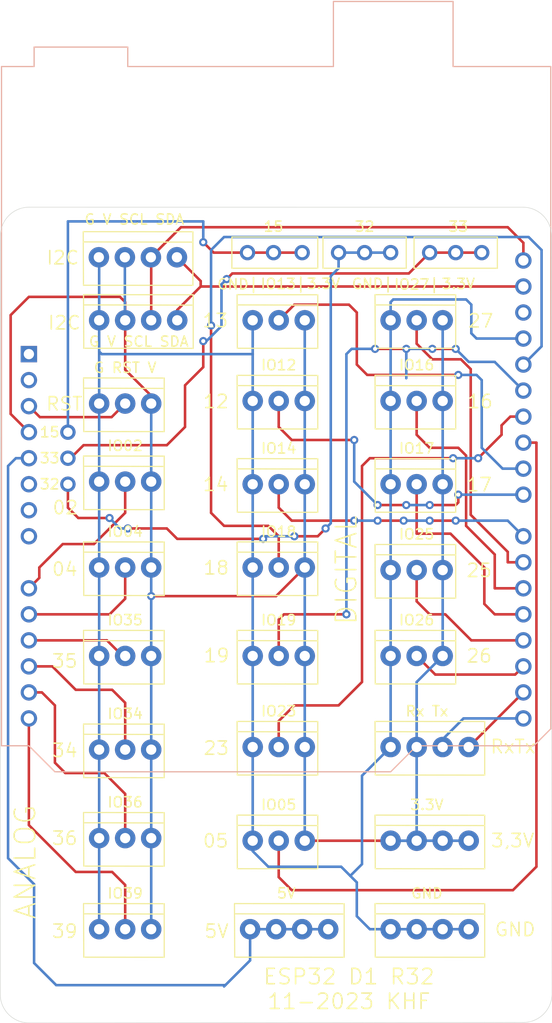
<source format=kicad_pcb>
(kicad_pcb (version 20221018) (generator pcbnew)
  (layers (0 "F.Cu" signal) (31 "B.Cu" signal) (34 "B.Paste" user) (35 "F.Paste" user) (36 "B.SilkS" user "B.Silkscreen") (37 "F.SilkS" user "F.Silkscreen") (38 "B.Mask" user) (39 "F.Mask" user) (44 "Edge.Cuts" user))
  (net 0 "")
  (net 1 "Net-(A1-Pad32)")
  (net 2 "Net-(A1-Pad31)")
  (net 3 "Net-(A1-Pad1)")
  (net 4 "Net-(A1-Pad17)")
  (net 5 "Net-(A1-Pad2)")
  (net 6 "Net-(A1-Pad18)")
  (net 7 "Net-(A1-Pad3)")
  (net 8 "Net-(A1-Pad19)")
  (net 9 "Net-(A1-Pad4)")
  (net 10 "Net-(A1-Pad20)")
  (net 11 "Net-(A1-Pad5)")
  (net 12 "Net-(A1-Pad21)")
  (net 13 "Net-(A1-Pad6)")
  (net 14 "Net-(A1-Pad22)")
  (net 15 "Net-(A1-Pad7)")
  (net 16 "Net-(A1-Pad23)")
  (net 17 "Net-(A1-Pad8)")
  (net 18 "Net-(A1-Pad24)")
  (net 19 "Net-(A1-Pad9)")
  (net 20 "Net-(A1-Pad25)")
  (net 21 "Net-(A1-Pad10)")
  (net 22 "Net-(A1-Pad26)")
  (net 23 "Net-(A1-Pad11)")
  (net 24 "Net-(A1-Pad27)")
  (net 25 "Net-(A1-Pad12)")
  (net 26 "Net-(A1-Pad28)")
  (net 27 "Net-(A1-Pad13)")
  (net 28 "Net-(A1-Pad29)")
  (net 29 "Net-(A1-Pad14)")
  (net 30 "Net-(A1-Pad30)")
  (net 31 "Net-(A1-Pad15)")
  (net 32 "Net-(A1-Pad16)")
  (footprint "!Goody:PL-Stecker3pol" (layer "F.Cu") (at 118.11 69.342)
    (fp_text reference "IO02")
    (fp_text value "PL-Stecker_3pol" hide)
  )
  (footprint "!Goody:PL-Stecker3pol" (layer "F.Cu") (at 146.558 86.36)
    (fp_text reference "IO26")
    (fp_text value "PL-Stecker_3pol" hide)
  )
  (footprint "!Goody:PL-Stecker3pol" (layer "F.Cu") (at 146.558 77.978)
    (fp_text reference "IO25")
    (fp_text value "PL-Stecker_3pol" hide)
  )
  (footprint "!Goody:PL-Stecker3pol" (layer "F.Cu") (at 146.558 69.596)
    (fp_text reference "IO17")
    (fp_text value "PL-Stecker_3pol" hide)
  )
  (footprint "!Goody:PL-Stecker3pol" (layer "F.Cu") (at 146.558 61.468)
    (fp_text reference "IO16")
    (fp_text value "PL-Stecker_3pol" hide)
  )
  (footprint "!Goody:PL-Stecker3pol" (layer "F.Cu") (at 146.558 53.594)
    (fp_text reference "IO27|")
    (fp_text value "PL-Stecker_3pol" hide)
  )
  (footprint "!Goody:PL-Stecker3pol" (layer "F.Cu") (at 133.096 69.596)
    (fp_text reference "IO14")
    (fp_text value "PL-Stecker_3pol" hide)
  )
  (footprint "!Goody:PL-Stecker3pol" (layer "F.Cu") (at 133.096 61.468)
    (fp_text reference "IO12")
    (fp_text value "PL-Stecker_3pol" hide)
  )
  (footprint "!Goody:PL-Stecker3pol" (layer "F.Cu") (at 133.096 53.594)
    (fp_text reference "IO13|")
    (fp_text value "PL-Stecker_3pol" hide)
  )
  (footprint "!Goody:PL-Stecker3pol" (layer "F.Cu") (at 133.096 104.394)
    (fp_text reference "IO05")
    (fp_text value "PL-Stecker_3pol" hide)
  )
  (footprint "!Goody:PL-Stecker3pol" (layer "F.Cu") (at 133.096 95.25)
    (fp_text reference "IO23")
    (fp_text value "PL-Stecker_3pol" hide)
  )
  (footprint "!Goody:PL-Stecker3pol" (layer "F.Cu") (at 133.096 86.36)
    (fp_text reference "IO19")
    (fp_text value "PL-Stecker_3pol" hide)
  )
  (footprint "!Goody:PL-Stecker3pol" (layer "F.Cu") (at 133.096 77.724)
    (fp_text reference "IO18")
    (fp_text value "PL-Stecker_3pol" hide)
  )
  (footprint "!Goody:PL-Stecker" (layer "F.Cu") (at 146.558 113.03)
    (fp_text reference "GND")
    (fp_text value "PL-Stecker_4pol_Data" hide)
  )
  (footprint "!Goody:PL-Stecker" (layer "F.Cu") (at 132.842 113.03)
    (fp_text reference "5V")
    (fp_text value "PL-Stecker_4pol_Data" hide)
  )
  (footprint "!Goody:PL-Stecker" (layer "F.Cu") (at 146.558 104.394)
    (fp_text reference "3.3V")
    (fp_text value "PL-Stecker_4pol_Data" hide)
  )
  (footprint "!Goody:PL-Stecker3pol" (layer "F.Cu") (at 118.11 61.722)
    (fp_text reference "G RST V")
    (fp_text value "PL-Stecker_3pol" hide)
  )
  (footprint "!Goody:PL-Stecker3pol" (layer "F.Cu") (at 118.11 77.724)
    (fp_text reference "IO04")
    (fp_text value "PL-Stecker_3pol" hide)
  )
  (footprint "!Goody:PL-Stecker3pol" (layer "F.Cu") (at 118.11 86.36)
    (fp_text reference "IO35")
    (fp_text value "PL-Stecker_3pol" hide)
  )
  (footprint "!Goody:PL-Stecker3pol" (layer "F.Cu") (at 118.11 95.504)
    (fp_text reference "IO34")
    (fp_text value "PL-Stecker_3pol" hide)
  )
  (footprint "!Goody:PL-Stecker3pol" (layer "F.Cu") (at 118.11 104.14)
    (fp_text reference "IO36")
    (fp_text value "PL-Stecker_3pol" hide)
  )
  (footprint "!Goody:PL-Stecker" (layer "F.Cu") (at 118.11 53.594)
    (fp_text reference "G V SCL SDA")
    (fp_text value "PL-Stecker_4pol_I2C" hide)
  )
  (footprint "!Goody:PL-Stecker" (layer "F.Cu") (at 146.558 95.25)
    (fp_text reference "Rx Tx")
    (fp_text value "PL-Stecker_4pol_I2C" hide)
  )
  (footprint "!Goody:PL-Stecker3pol" (layer "F.Cu") (at 118.11 113.03)
    (fp_text reference "IO39")
    (fp_text value "PL-Stecker_3pol" hide)
  )
  (footprint "!Goody:PL-Stecker" (layer "F.Cu") (at 118.08 47.444)
    (fp_text reference "G V SCL SDA")
    (fp_text value "PL-Stecker_4pol_I2C" hide)
  )
  (footprint "!Goody:LP_rund" (layer "F.Cu") (at 115.062 64.516)
    (fp_text reference "LP_rund")
    (fp_text value "LP_rund")
  )
  (footprint "!Goody:LP_rund" (layer "F.Cu") (at 115.062 67.056)
    (fp_text reference "LP_rund")
    (fp_text value "LP_rund")
  )
  (footprint "!Goody:LP_rund" (layer "F.Cu") (at 115.062 69.596)
    (fp_text reference "LP_rund")
    (fp_text value "LP_rund")
  )
  (footprint "!Goody:LP_rund" (layer "F.Cu") (at 155.448 46.99)
    (fp_text reference "LP_rund")
    (fp_text value "LP_rund")
  )
  (footprint "!Goody:LP_rund" (layer "F.Cu") (at 141.478 46.99)
    (fp_text reference "LP_rund")
    (fp_text value "LP_rund")
  )
  (footprint "!Goody:LP_rund" (layer "F.Cu") (at 135.128 46.99)
    (fp_text reference "LP_rund")
    (fp_text value "LP_rund")
  )
  (footprint "!Goody:LP_rund" (layer "F.Cu") (at 137.922 46.99)
    (fp_text reference "LP_rund")
    (fp_text value "LP_rund")
  )
  (footprint "!Goody:LP_rund" (layer "F.Cu") (at 146.558 46.99)
    (fp_text reference "LP_rund")
    (fp_text value "LP_rund")
  )
  (footprint "!Goody:LP_rund" (layer "F.Cu") (at 150.368 46.99)
    (fp_text reference "LP_rund")
    (fp_text value "LP_rund")
  )
  (footprint "!Goody:LP_rund" (layer "F.Cu") (at 132.588 46.99)
    (fp_text reference "LP_rund")
    (fp_text value "LP_rund")
  )
  (footprint "!Goody:LP_rund" (layer "F.Cu") (at 152.908 46.99)
    (fp_text reference "LP_rund")
    (fp_text value "LP_rund")
  )
  (footprint "!Goody:LP_rund" (layer "F.Cu") (at 144.018 46.99)
    (fp_text reference "LP_rund")
    (fp_text value "LP_rund")
  )
  (footprint "Module:Arduino_UNO_R3" (layer "B.Cu") (at 111.252 56.896 -90)
    (fp_text reference "A1" hide)
    (fp_text value "Arduino_UNO_R3")
  )
  (gr_line (start 131.064 45.466) (end 131.064 48.514) (stroke (width 0.12)) (layer "F.SilkS"))
  (gr_line (start 139.954 45.466) (end 139.954 48.514) (stroke (width 0.12)) (layer "F.SilkS"))
  (gr_line (start 156.972 45.466) (end 148.844 45.466) (stroke (width 0.12)) (layer "F.SilkS"))
  (gr_line (start 148.082 48.514) (end 148.082 45.466) (stroke (width 0.12)) (layer "F.SilkS"))
  (gr_line (start 156.972 48.514) (end 156.972 45.466) (stroke (width 0.12)) (layer "F.SilkS"))
  (gr_line (start 148.844 48.514) (end 156.972 48.514) (stroke (width 0.12)) (layer "F.SilkS"))
  (gr_line (start 131.064 48.514) (end 139.446 48.514) (stroke (width 0.12)) (layer "F.SilkS"))
  (gr_line (start 139.954 48.514) (end 148.082 48.514) (stroke (width 0.12)) (layer "F.SilkS"))
  (gr_line (start 139.446 45.466) (end 131.064 45.466) (stroke (width 0.12)) (layer "F.SilkS"))
  (gr_line (start 139.446 48.514) (end 139.446 45.466) (stroke (width 0.12)) (layer "F.SilkS"))
  (gr_line (start 148.082 45.466) (end 139.954 45.466) (stroke (width 0.12)) (layer "F.SilkS"))
  (gr_line (start 148.844 45.466) (end 148.844 48.514) (stroke (width 0.12)) (layer "F.SilkS"))
  (gr_arc (start 108.478365 45.304593) (mid 109.311558 43.357985) (end 111.27 42.553) (stroke (width 0.05)) (layer "Edge.Cuts"))
  (gr_line (start 162.254593 45.346635) (end 162.306 119.38) (stroke (width 0.05)) (layer "Edge.Cuts"))
  (gr_line (start 111.27 42.553) (end 159.503 42.555) (stroke (width 0.05)) (layer "Edge.Cuts"))
  (gr_line (start 159.514365 122.131593) (end 111.209593 122.171635) (stroke (width 0.05)) (layer "Edge.Cuts"))
  (gr_line (start 108.458 119.38) (end 108.478365 45.304593) (stroke (width 0.05)) (layer "Edge.Cuts"))
  (gr_arc (start 159.503 42.555) (mid 161.449608 43.388193) (end 162.254593 45.346635) (stroke (width 0.05)) (layer "Edge.Cuts"))
  (gr_arc (start 162.306 119.38) (mid 161.472807 121.326608) (end 159.514365 122.131593) (stroke (width 0.05)) (layer "Edge.Cuts"))
  (gr_arc (start 111.209593 122.171635) (mid 109.262985 121.338442) (end 108.458 119.38) (stroke (width 0.05)) (layer "Edge.Cuts"))
  (gr_text "I2C" (at 114.56 47.49) (layer "F.SilkS") (effects (font (size 1.3 1.3))))
  (gr_text "15" (at 113.284 64.516) (layer "F.SilkS") (effects (font (size 1 1))))
  (gr_text "32" (at 113.284 69.596) (layer "F.SilkS") (effects (font (size 1 1))))
  (gr_text "02" (at 114.808 71.882) (layer "F.SilkS") (effects (font (size 1.3 1.3))))
  (gr_text "26" (at 155.2 86.35) (layer "F.SilkS") (effects (font (size 1.3 1.3))))
  (gr_text "23" (at 129.54 95.36) (layer "F.SilkS") (effects (font (size 1.3 1.3))))
  (gr_text "ESP32 D1 R32\n11-2023 KHF" (at 142.494 118.872) (layer "F.SilkS") (effects (font (size 1.5 1.5))))
  (gr_text "RxTx" (at 158.5 95.21) (layer "F.SilkS") (effects (font (size 1.3 1.3))))
  (gr_text "RST" (at 114.71 61.75) (layer "F.SilkS") (effects (font (size 1.3 1.3))))
  (gr_text "39" (at 114.75 113.23) (layer "F.SilkS") (effects (font (size 1.3 1.3))))
  (gr_text "27" (at 155.35 53.65) (layer "F.SilkS") (effects (font (size 1.3 1.3))))
  (gr_text "ANALOG" (at 110.9 106.46 90) (layer "F.SilkS") (effects (font (size 2 2))))
  (gr_text "DIGITAL" (at 142.24 77.978 90) (layer "F.SilkS") (effects (font (size 2 2))))
  (gr_text "33" (at 153.162 44.45) (layer "F.SilkS") (effects (font (size 1 1))))
  (gr_text "05" (at 129.48 104.41) (layer "F.SilkS") (effects (font (size 1.3 1.3))))
  (gr_text "36" (at 114.75 104.15) (layer "F.SilkS") (effects (font (size 1.3 1.3))))
  (gr_text "GND" (at 158.71 113.06) (layer "F.SilkS") (effects (font (size 1.3 1.3))))
  (gr_text "18" (at 129.54 77.76) (layer "F.SilkS") (effects (font (size 1.3 1.3))))
  (gr_text "35" (at 114.75 86.86) (layer "F.SilkS") (effects (font (size 1.3 1.3))))
  (gr_text "3.3V" (at 153.162 50.038) (layer "F.SilkS") (effects (font (size 1 1))))
  (gr_text "14" (at 129.48 69.61) (layer "F.SilkS") (effects (font (size 1.3 1.3))))
  (gr_text "34" (at 114.75 95.58) (layer "F.SilkS") (effects (font (size 1.3 1.3))))
  (gr_text "3.3V" (at 140 50.025) (layer "F.SilkS") (effects (font (size 1 1))))
  (gr_text "5V" (at 129.57 113.23) (layer "F.SilkS") (effects (font (size 1.3 1.3))))
  (gr_text "25" (at 155.2 78.01) (layer "F.SilkS") (effects (font (size 1.3 1.3))))
  (gr_text "32" (at 144.018 44.45) (layer "F.SilkS") (effects (font (size 1 1))))
  (gr_text "19" (at 129.57 86.32) (layer "F.SilkS") (effects (font (size 1.3 1.3))))
  (gr_text "3,3V" (at 158.47 104.38) (layer "F.SilkS") (effects (font (size 1.3 1.3))))
  (gr_text "17" (at 155.2 69.64) (layer "F.SilkS") (effects (font (size 1.3 1.3))))
  (gr_text "GND|" (at 144.78 50.038) (layer "F.SilkS") (effects (font (size 1 1))))
  (gr_text "I2C" (at 114.71 53.84) (layer "F.SilkS") (effects (font (size 1.3 1.3))))
  (gr_text "15" (at 135.128 44.45) (layer "F.SilkS") (effects (font (size 1 1))))
  (gr_text "33" (at 113.284 67.056) (layer "F.SilkS") (effects (font (size 1 1))))
  (gr_text "12" (at 129.51 61.52) (layer "F.SilkS") (effects (font (size 1.3 1.3))))
  (gr_text "04" (at 114.75 77.89) (layer "F.SilkS") (effects (font (size 1.3 1.3))))
  (gr_text "16" (at 155.29 61.52) (layer "F.SilkS") (effects (font (size 1.3 1.3))))
  (gr_text "13" (at 129.45 53.62) (layer "F.SilkS") (effects (font (size 1.3 1.3))))
  (gr_text "GND|" (at 131.65 50.075) (layer "F.SilkS") (effects (font (size 1 1))))
  (segment (start 123.19 47.474) (end 123.16 47.444) (width 0.25) (layer "F.Cu") (net 1))
  (segment (start 126.094 44.51) (end 123.16 47.444) (width 0.25) (layer "F.Cu") (net 1))
  (segment (start 159.512 46.032) (end 157.99 44.51) (width 0.25) (layer "F.Cu") (net 1))
  (segment (start 123.19 53.594) (end 123.19 47.474) (width 0.25) (layer "F.Cu") (net 1))
  (segment (start 157.99 44.51) (end 126.094 44.51) (width 0.25) (layer "F.Cu") (net 1))
  (segment (start 159.512 47.756) (end 159.512 46.032) (width 0.25) (layer "F.Cu") (net 1))
  (segment (start 159.512 50.296) (end 128.02 50.296) (width 0.25) (layer "F.Cu") (net 2))
  (segment (start 125.73 52.586) (end 125.73 53.594) (width 0.25) (layer "F.Cu") (net 2))
  (segment (start 128.02 49.764) (end 125.7 47.444) (width 0.25) (layer "F.Cu") (net 2))
  (segment (start 128.02 50.296) (end 125.73 52.586) (width 0.25) (layer "F.Cu") (net 2))
  (segment (start 128.02 50.296) (end 128.02 49.764) (width 0.25) (layer "F.Cu") (net 2))
  (segment (start 132.588 46.99) (end 129.286 46.99) (width 0.25) (layer "F.Cu") (net 3))
  (segment (start 129.286 46.99) (end 128.27 45.974) (width 0.25) (layer "F.Cu") (net 3))
  (segment (start 137.922 46.99) (end 135.128 46.99) (width 0.25) (layer "F.Cu") (net 3))
  (segment (start 135.128 46.99) (end 132.588 46.99) (width 0.25) (layer "F.Cu") (net 3))
  (via (at 128.27 45.974) (size 0.8) (drill 0.4) (layers "F.Cu" "B.Cu") (net 3))
  (segment (start 128.27 43.942) (end 115.062 43.942) (width 0.25) (layer "B.Cu") (net 3))
  (segment (start 115.062 43.942) (end 115.062 64.516) (width 0.25) (layer "B.Cu") (net 3))
  (segment (start 128.27 45.974) (end 128.27 43.942) (width 0.25) (layer "B.Cu") (net 3))
  (segment (start 159.512 87.376) (end 158.712001 88.175999) (width 0.25) (layer "F.Cu") (net 4))
  (segment (start 150.913999 88.175999) (end 149.098 86.36) (width 0.25) (layer "F.Cu") (net 4))
  (segment (start 158.712001 88.175999) (end 150.913999 88.175999) (width 0.25) (layer "F.Cu") (net 4))
  (segment (start 159.512 84.836) (end 154.432 84.836) (width 0.25) (layer "F.Cu") (net 6))
  (segment (start 154.432 84.836) (end 151.892 82.296) (width 0.25) (layer "F.Cu") (net 6))
  (segment (start 149.098 81.026) (end 150.368 82.296) (width 0.25) (layer "F.Cu") (net 6))
  (segment (start 149.098 77.978) (end 149.098 81.026) (width 0.25) (layer "F.Cu") (net 6))
  (segment (start 150.368 82.296) (end 151.892 82.296) (width 0.25) (layer "F.Cu") (net 6))
  (segment (start 112.323001 63.047001) (end 119.324999 63.047001) (width 0.25) (layer "F.Cu") (net 7))
  (segment (start 119.324999 63.047001) (end 120.65 61.722) (width 0.25) (layer "F.Cu") (net 7))
  (segment (start 111.252 61.976) (end 112.323001 63.047001) (width 0.25) (layer "F.Cu") (net 7))
  (segment (start 156.718 82.296) (end 159.512 82.296) (width 0.25) (layer "F.Cu") (net 8))
  (segment (start 149.098 69.596) (end 149.098 74.422) (width 0.25) (layer "F.Cu") (net 8))
  (segment (start 149.098 74.422) (end 152.4 74.422) (width 0.25) (layer "F.Cu") (net 8))
  (segment (start 152.4 74.422) (end 155.702 77.724) (width 0.25) (layer "F.Cu") (net 8))
  (segment (start 155.702 77.724) (end 155.702 81.28) (width 0.25) (layer "F.Cu") (net 8))
  (segment (start 155.702 81.28) (end 156.718 82.296) (width 0.25) (layer "F.Cu") (net 8))
  (segment (start 111.252 51.308) (end 109.474 53.086) (width 0.25) (layer "F.Cu") (net 9))
  (segment (start 109.474 62.738) (end 111.252 64.516) (width 0.25) (layer "F.Cu") (net 9))
  (segment (start 120.65 53.594) (end 120.65 58.42) (width 0.25) (layer "F.Cu") (net 9))
  (segment (start 109.474 53.086) (end 109.474 62.738) (width 0.25) (layer "F.Cu") (net 9))
  (segment (start 120.65 53.594) (end 120.65 51.816) (width 0.25) (layer "F.Cu") (net 9))
  (segment (start 135.382 80.518) (end 123.19 80.518) (width 0.25) (layer "F.Cu") (net 9))
  (segment (start 123.19 60.96) (end 123.19 61.722) (width 0.25) (layer "F.Cu") (net 9))
  (segment (start 146.558 104.394) (end 138.176 104.394) (width 0.25) (layer "F.Cu") (net 9))
  (segment (start 120.65 51.816) (end 120.142 51.308) (width 0.25) (layer "F.Cu") (net 9))
  (segment (start 120.142 51.308) (end 111.252 51.308) (width 0.25) (layer "F.Cu") (net 9))
  (segment (start 120.65 58.42) (end 123.19 60.96) (width 0.25) (layer "F.Cu") (net 9))
  (segment (start 138.176 77.724) (end 135.382 80.518) (width 0.25) (layer "F.Cu") (net 9))
  (via (at 123.19 80.518) (size 0.8) (drill 0.4) (layers "F.Cu" "B.Cu") (net 9))
  (segment (start 151.638 77.978) (end 151.638 69.596) (width 0.25) (layer "B.Cu") (net 9))
  (segment (start 138.176 86.36) (end 138.176 95.25) (width 0.25) (layer "B.Cu") (net 9))
  (segment (start 146.558 104.394) (end 151.638 104.394) (width 0.25) (layer "B.Cu") (net 9))
  (segment (start 123.19 95.504) (end 123.19 86.36) (width 0.25) (layer "B.Cu") (net 9))
  (segment (start 149.098 104.394) (end 149.098 95.25) (width 0.25) (layer "B.Cu") (net 9))
  (segment (start 123.19 104.14) (end 123.19 95.504) (width 0.25) (layer "B.Cu") (net 9))
  (segment (start 151.638 86.36) (end 151.638 77.978) (width 0.25) (layer "B.Cu") (net 9))
  (segment (start 123.19 86.36) (end 123.19 80.518) (width 0.25) (layer "B.Cu") (net 9))
  (segment (start 154.178 104.394) (end 151.638 104.394) (width 0.25) (layer "B.Cu") (net 9))
  (segment (start 138.176 77.724) (end 138.176 86.36) (width 0.25) (layer "B.Cu") (net 9))
  (segment (start 123.19 80.518) (end 123.19 77.724) (width 0.25) (layer "B.Cu") (net 9))
  (segment (start 123.19 113.03) (end 123.19 104.14) (width 0.25) (layer "B.Cu") (net 9))
  (segment (start 138.176 95.25) (end 138.176 104.394) (width 0.25) (layer "B.Cu") (net 9))
  (segment (start 138.176 61.468) (end 138.176 69.596) (width 0.25) (layer "B.Cu") (net 9))
  (segment (start 151.638 69.596) (end 151.638 61.468) (width 0.25) (layer "B.Cu") (net 9))
  (segment (start 149.098 95.25) (end 149.098 88.9) (width 0.25) (layer "B.Cu") (net 9))
  (segment (start 149.098 88.9) (end 151.638 86.36) (width 0.25) (layer "B.Cu") (net 9))
  (segment (start 120.62 47.444) (end 120.62 53.564) (width 0.25) (layer "B.Cu") (net 9))
  (segment (start 151.638 61.468) (end 151.638 53.594) (width 0.25) (layer "B.Cu") (net 9))
  (segment (start 123.19 69.342) (end 123.19 61.722) (width 0.25) (layer "B.Cu") (net 9))
  (segment (start 138.176 69.596) (end 138.176 77.724) (width 0.25) (layer "B.Cu") (net 9))
  (segment (start 120.62 53.564) (end 120.65 53.594) (width 0.25) (layer "B.Cu") (net 9))
  (segment (start 123.19 77.724) (end 123.19 69.342) (width 0.25) (layer "B.Cu") (net 9))
  (segment (start 138.176 53.594) (end 138.176 61.468) (width 0.25) (layer "B.Cu") (net 9))
  (segment (start 149.098 104.394) (end 146.558 104.394) (width 0.25) (layer "B.Cu") (net 9))
  (segment (start 149.098 64.77) (end 149.098 61.468) (width 0.25) (layer "F.Cu") (net 10))
  (segment (start 153.924 73.66) (end 153.924 66.802) (width 0.25) (layer "F.Cu") (net 10))
  (segment (start 153.924 66.802) (end 153.162 66.04) (width 0.25) (layer "F.Cu") (net 10))
  (segment (start 150.368 66.04) (end 149.098 64.77) (width 0.25) (layer "F.Cu") (net 10))
  (segment (start 153.162 66.04) (end 150.368 66.04) (width 0.25) (layer "F.Cu") (net 10))
  (segment (start 156.718 79.756) (end 156.718 76.454) (width 0.25) (layer "F.Cu") (net 10))
  (segment (start 159.512 79.756) (end 156.718 79.756) (width 0.25) (layer "F.Cu") (net 10))
  (segment (start 156.718 76.454) (end 153.924 73.66) (width 0.25) (layer "F.Cu") (net 10))
  (segment (start 109.22 106.101002) (end 111.76 108.641002) (width 0.25) (layer "B.Cu") (net 11))
  (segment (start 111.252 67.056) (end 109.982 67.056) (width 0.25) (layer "B.Cu") (net 11))
  (segment (start 109.22 67.818) (end 109.22 106.101002) (width 0.25) (layer "B.Cu") (net 11))
  (segment (start 137.922 113.03) (end 140.462 113.03) (width 0.25) (layer "B.Cu") (net 11))
  (segment (start 111.76 108.641002) (end 111.76 116.332) (width 0.25) (layer "B.Cu") (net 11))
  (segment (start 130.429 118.491) (end 132.842 116.078) (width 0.25) (layer "B.Cu") (net 11))
  (segment (start 130.302 118.618) (end 130.429 118.491) (width 0.25) (layer "B.Cu") (net 11))
  (segment (start 113.919 118.491) (end 130.429 118.491) (width 0.25) (layer "B.Cu") (net 11))
  (segment (start 109.982 67.056) (end 109.22 67.818) (width 0.25) (layer "B.Cu") (net 11))
  (segment (start 132.842 113.03) (end 135.382 113.03) (width 0.25) (layer "B.Cu") (net 11))
  (segment (start 132.842 116.078) (end 132.842 113.03) (width 0.25) (layer "B.Cu") (net 11))
  (segment (start 111.76 116.332) (end 113.919 118.491) (width 0.25) (layer "B.Cu") (net 11))
  (segment (start 135.382 113.03) (end 137.922 113.03) (width 0.25) (layer "B.Cu") (net 11))
  (segment (start 154.37401 58.36201) (end 153.416 57.404) (width 0.25) (layer "F.Cu") (net 12))
  (segment (start 150.622 57.404) (end 149.098 55.88) (width 0.25) (layer "F.Cu") (net 12))
  (segment (start 159.512 77.216) (end 157.988 77.216) (width 0.25) (layer "F.Cu") (net 12))
  (segment (start 157.988 77.216) (end 157.988 76.2) (width 0.25) (layer "F.Cu") (net 12))
  (segment (start 153.416 57.404) (end 150.622 57.404) (width 0.25) (layer "F.Cu") (net 12))
  (segment (start 154.37401 72.58601) (end 154.37401 58.36201) (width 0.25) (layer "F.Cu") (net 12))
  (segment (start 149.098 55.88) (end 149.098 53.594) (width 0.25) (layer "F.Cu") (net 12))
  (segment (start 157.988 76.2) (end 154.37401 72.58601) (width 0.25) (layer "F.Cu") (net 12))
  (segment (start 152.908 73.152) (end 150.368 73.152) (width 0.25) (layer "F.Cu") (net 14))
  (segment (start 147.828 73.152) (end 145.288 73.152) (width 0.25) (layer "F.Cu") (net 14))
  (segment (start 135.636 71.882) (end 135.636 69.596) (width 0.25) (layer "F.Cu") (net 14))
  (segment (start 136.906 73.152) (end 135.636 71.882) (width 0.25) (layer "F.Cu") (net 14))
  (segment (start 143.002 73.152) (end 136.906 73.152) (width 0.25) (layer "F.Cu") (net 14))
  (via (at 145.288 73.152) (size 0.8) (drill 0.4) (layers "F.Cu" "B.Cu") (net 14))
  (via (at 143.002 73.152) (size 0.8) (drill 0.4) (layers "F.Cu" "B.Cu") (net 14))
  (via (at 150.368 73.152) (size 0.8) (drill 0.4) (layers "F.Cu" "B.Cu") (net 14))
  (via (at 147.828 73.152) (size 0.8) (drill 0.4) (layers "F.Cu" "B.Cu") (net 14))
  (via (at 152.908 73.152) (size 0.8) (drill 0.4) (layers "F.Cu" "B.Cu") (net 14))
  (segment (start 157.988 73.152) (end 152.908 73.152) (width 0.25) (layer "B.Cu") (net 14))
  (segment (start 159.512 74.676) (end 157.988 73.152) (width 0.25) (layer "B.Cu") (net 14))
  (segment (start 145.288 73.152) (end 143.002 73.152) (width 0.25) (layer "B.Cu") (net 14))
  (segment (start 150.368 73.152) (end 147.828 73.152) (width 0.25) (layer "B.Cu") (net 14))
  (segment (start 148.082 71.628) (end 145.288 71.628) (width 0.25) (layer "F.Cu") (net 16))
  (segment (start 153.162 70.612) (end 153.162 71.374) (width 0.25) (layer "F.Cu") (net 16))
  (segment (start 135.636 64.008) (end 135.636 61.468) (width 0.25) (layer "F.Cu") (net 16))
  (segment (start 143.002 65.278) (end 136.906 65.278) (width 0.25) (layer "F.Cu") (net 16))
  (segment (start 153.162 71.374) (end 152.908 71.628) (width 0.25) (layer "F.Cu") (net 16))
  (segment (start 136.906 65.278) (end 135.636 64.008) (width 0.25) (layer "F.Cu") (net 16))
  (segment (start 152.908 71.628) (end 150.368 71.628) (width 0.25) (layer "F.Cu") (net 16))
  (via (at 153.162 70.612) (size 0.8) (drill 0.4) (layers "F.Cu" "B.Cu") (net 16))
  (via (at 143.002 65.278) (size 0.8) (drill 0.4) (layers "F.Cu" "B.Cu") (net 16))
  (via (at 145.288 71.628) (size 0.8) (drill 0.4) (layers "F.Cu" "B.Cu") (net 16))
  (via (at 148.082 71.628) (size 0.8) (drill 0.4) (layers "F.Cu" "B.Cu") (net 16))
  (via (at 150.368 71.628) (size 0.8) (drill 0.4) (layers "F.Cu" "B.Cu") (net 16))
  (segment (start 153.166 70.616) (end 153.162 70.612) (width 0.25) (layer "B.Cu") (net 16))
  (segment (start 143.002 69.342) (end 143.002 65.278) (width 0.25) (layer "B.Cu") (net 16))
  (segment (start 159.512 70.616) (end 153.166 70.616) (width 0.25) (layer "B.Cu") (net 16))
  (segment (start 145.288 71.628) (end 143.002 69.342) (width 0.25) (layer "B.Cu") (net 16))
  (segment (start 150.368 71.628) (end 148.082 71.628) (width 0.25) (layer "B.Cu") (net 16))
  (segment (start 135.636 53.594) (end 137.16 52.07) (width 0.25) (layer "F.Cu") (net 18))
  (segment (start 143.256 52.832) (end 143.256 57.912) (width 0.25) (layer "F.Cu") (net 18))
  (segment (start 143.256 57.912) (end 144.272 58.928) (width 0.25) (layer "F.Cu") (net 18))
  (segment (start 142.494 52.07) (end 143.256 52.832) (width 0.25) (layer "F.Cu") (net 18))
  (segment (start 144.272 58.928) (end 153.162 58.928) (width 0.25) (layer "F.Cu") (net 18))
  (segment (start 137.16 52.07) (end 142.494 52.07) (width 0.25) (layer "F.Cu") (net 18))
  (via (at 153.162 58.928) (size 0.8) (drill 0.4) (layers "F.Cu" "B.Cu") (net 18))
  (segment (start 155.448 59.436) (end 155.448 66.04) (width 0.25) (layer "B.Cu") (net 18))
  (segment (start 153.162 58.928) (end 154.94 58.928) (width 0.25) (layer "B.Cu") (net 18))
  (segment (start 157.484 68.076) (end 159.512 68.076) (width 0.25) (layer "B.Cu") (net 18))
  (segment (start 154.94 58.928) (end 155.448 59.436) (width 0.25) (layer "B.Cu") (net 18))
  (segment (start 155.448 66.04) (end 157.484 68.076) (width 0.25) (layer "B.Cu") (net 18))
  (segment (start 112.268 78.74) (end 112.268 77.724) (width 0.25) (layer "F.Cu") (net 19))
  (segment (start 120.65 72.39) (end 117.602 75.438) (width 0.25) (layer "F.Cu") (net 19))
  (segment (start 112.268 77.724) (end 113.284 76.708) (width 0.25) (layer "F.Cu") (net 19))
  (segment (start 117.602 75.438) (end 114.554 75.438) (width 0.25) (layer "F.Cu") (net 19))
  (segment (start 113.284 76.708) (end 113.03 76.962) (width 0.25) (layer "F.Cu") (net 19))
  (segment (start 120.65 69.342) (end 120.65 72.39) (width 0.25) (layer "F.Cu") (net 19))
  (segment (start 112.268 78.74) (end 111.252 79.756) (width 0.25) (layer "F.Cu") (net 19))
  (segment (start 114.554 75.438) (end 113.284 76.708) (width 0.25) (layer "F.Cu") (net 19))
  (segment (start 135.636 107.95) (end 135.636 104.394) (width 0.25) (layer "F.Cu") (net 20))
  (segment (start 160.786 106.93) (end 158.496 109.22) (width 0.25) (layer "F.Cu") (net 20))
  (segment (start 136.906 109.22) (end 135.636 107.95) (width 0.25) (layer "F.Cu") (net 20))
  (segment (start 160.786 65.536) (end 160.786 106.93) (width 0.25) (layer "F.Cu") (net 20))
  (segment (start 158.496 109.22) (end 136.906 109.22) (width 0.25) (layer "F.Cu") (net 20))
  (segment (start 159.512 65.536) (end 160.786 65.536) (width 0.25) (layer "F.Cu") (net 20))
  (segment (start 116.073347 72.893347) (end 115.062 71.882) (width 0.25) (layer "F.Cu") (net 21))
  (segment (start 111.252 82.296) (end 119.126 82.296) (width 0.25) (layer "F.Cu") (net 21))
  (segment (start 124.714 73.914) (end 121.158 73.914) (width 0.25) (layer "F.Cu") (net 21))
  (segment (start 121.158 73.914) (end 120.904 73.914) (width 0.25) (layer "F.Cu") (net 21))
  (segment (start 120.65 80.772) (end 120.65 77.724) (width 0.25) (layer "F.Cu") (net 21))
  (segment (start 140.208 73.914) (end 139.446 74.676) (width 0.25) (layer "F.Cu") (net 21))
  (segment (start 139.446 74.676) (end 137.16 74.676) (width 0.25) (layer "F.Cu") (net 21))
  (segment (start 119.126 82.296) (end 120.65 80.772) (width 0.25) (layer "F.Cu") (net 21))
  (segment (start 134.112 74.93) (end 125.73 74.93) (width 0.25) (layer "F.Cu") (net 21))
  (segment (start 119.121347 72.893347) (end 116.073347 72.893347) (width 0.25) (layer "F.Cu") (net 21))
  (segment (start 115.062 71.882) (end 115.062 69.596) (width 0.25) (layer "F.Cu") (net 21))
  (segment (start 125.73 74.93) (end 124.714 73.914) (width 0.25) (layer "F.Cu") (net 21))
  (via (at 134.112 74.93) (size 0.8) (drill 0.4) (layers "F.Cu" "B.Cu") (net 21))
  (via (at 137.16 74.676) (size 0.8) (drill 0.4) (layers "F.Cu" "B.Cu") (net 21))
  (via (at 119.121347 72.893347) (size 0.8) (drill 0.4) (layers "F.Cu" "B.Cu") (net 21))
  (via (at 120.904 73.914) (size 0.8) (drill 0.4) (layers "F.Cu" "B.Cu") (net 21))
  (via (at 140.208 73.914) (size 0.8) (drill 0.4) (layers "F.Cu" "B.Cu") (net 21))
  (segment (start 144.018 46.99) (end 141.478 46.99) (width 0.25) (layer "B.Cu") (net 21))
  (segment (start 137.16 74.676) (end 134.366 74.676) (width 0.25) (layer "B.Cu") (net 21))
  (segment (start 140.716 49.276) (end 140.716 73.406) (width 0.25) (layer "B.Cu") (net 21))
  (segment (start 134.366 74.676) (end 134.112 74.93) (width 0.25) (layer "B.Cu") (net 21))
  (segment (start 141.478 48.514) (end 140.716 49.276) (width 0.25) (layer "B.Cu") (net 21))
  (segment (start 140.716 73.406) (end 140.208 73.914) (width 0.25) (layer "B.Cu") (net 21))
  (segment (start 120.142 73.914) (end 119.121347 72.893347) (width 0.25) (layer "B.Cu") (net 21))
  (segment (start 120.904 73.914) (end 120.142 73.914) (width 0.25) (layer "B.Cu") (net 21))
  (segment (start 141.478 46.99) (end 141.478 48.514) (width 0.25) (layer "B.Cu") (net 21))
  (segment (start 146.558 46.99) (end 144.018 46.99) (width 0.25) (layer "B.Cu") (net 21))
  (segment (start 143.764 67.818) (end 144.526 67.056) (width 0.25) (layer "F.Cu") (net 22))
  (segment (start 137.16 91.186) (end 141.478 91.186) (width 0.25) (layer "F.Cu") (net 22))
  (segment (start 135.636 95.25) (end 135.636 92.71) (width 0.25) (layer "F.Cu") (net 22))
  (segment (start 143.764 88.9) (end 143.764 67.818) (width 0.25) (layer "F.Cu") (net 22))
  (segment (start 157.38501 63.84899) (end 158.238 62.996) (width 0.25) (layer "F.Cu") (net 22))
  (segment (start 141.478 91.186) (end 143.764 88.9) (width 0.25) (layer "F.Cu") (net 22))
  (segment (start 157.38501 64.77) (end 157.38501 63.84899) (width 0.25) (layer "F.Cu") (net 22))
  (segment (start 158.238 62.996) (end 159.512 62.996) (width 0.25) (layer "F.Cu") (net 22))
  (segment (start 144.526 67.056) (end 152.654 67.056) (width 0.25) (layer "F.Cu") (net 22))
  (segment (start 135.636 92.71) (end 137.16 91.186) (width 0.25) (layer "F.Cu") (net 22))
  (segment (start 155.09901 67.056) (end 157.38501 64.77) (width 0.25) (layer "F.Cu") (net 22))
  (via (at 155.09901 67.056) (size 0.8) (drill 0.4) (layers "F.Cu" "B.Cu") (net 22))
  (via (at 152.654 67.056) (size 0.8) (drill 0.4) (layers "F.Cu" "B.Cu") (net 22))
  (segment (start 152.654 67.056) (end 155.09901 67.056) (width 0.25) (layer "B.Cu") (net 22))
  (segment (start 128.27 58.166) (end 126.492 59.944) (width 0.25) (layer "F.Cu") (net 23))
  (segment (start 155.448 46.99) (end 152.908 46.99) (width 0.25) (layer "F.Cu") (net 23))
  (segment (start 150.368 46.99) (end 148.336 49.022) (width 0.25) (layer "F.Cu") (net 23))
  (segment (start 152.908 46.99) (end 150.368 46.99) (width 0.25) (layer "F.Cu") (net 23))
  (segment (start 118.872 84.836) (end 120.396 86.36) (width 0.25) (layer "F.Cu") (net 23))
  (segment (start 124.714 65.786) (end 116.586 65.786) (width 0.25) (layer "F.Cu") (net 23))
  (segment (start 131.105 49.022) (end 130.556 49.571) (width 0.25) (layer "F.Cu") (net 23))
  (segment (start 148.336 49.022) (end 131.105 49.022) (width 0.25) (layer "F.Cu") (net 23))
  (segment (start 128.27 55.626) (end 128.27 58.166) (width 0.25) (layer "F.Cu") (net 23))
  (segment (start 116.586 65.786) (end 115.316 67.056) (width 0.25) (layer "F.Cu") (net 23))
  (segment (start 111.252 84.836) (end 118.872 84.836) (width 0.25) (layer "F.Cu") (net 23))
  (segment (start 126.492 59.944) (end 126.492 64.008) (width 0.25) (layer "F.Cu") (net 23))
  (segment (start 126.492 64.008) (end 124.714 65.786) (width 0.25) (layer "F.Cu") (net 23))
  (segment (start 120.396 86.36) (end 120.65 86.36) (width 0.25) (layer "F.Cu") (net 23))
  (segment (start 115.316 67.056) (end 115.062 67.056) (width 0.25) (layer "F.Cu") (net 23))
  (via (at 128.27 55.626) (size 0.8) (drill 0.4) (layers "F.Cu" "B.Cu") (net 23))
  (via (at 130.556 49.571) (size 0.8) (drill 0.4) (layers "F.Cu" "B.Cu") (net 23))
  (segment (start 130.048 50.079) (end 130.048 54.159002) (width 0.25) (layer "B.Cu") (net 23))
  (segment (start 130.048 54.159002) (end 128.581002 55.626) (width 0.25) (layer "B.Cu") (net 23))
  (segment (start 128.581002 55.626) (end 128.27 55.626) (width 0.25) (layer "B.Cu") (net 23))
  (segment (start 130.556 49.571) (end 130.048 50.079) (width 0.25) (layer "B.Cu") (net 23))
  (segment (start 135.636 82.804) (end 135.636 86.36) (width 0.25) (layer "F.Cu") (net 24))
  (segment (start 152.908 56.388) (end 150.622 56.388) (width 0.25) (layer "F.Cu") (net 24))
  (segment (start 148.086653 56.383347) (end 145.038653 56.383347) (width 0.25) (layer "F.Cu") (net 24))
  (segment (start 150.622 56.388) (end 150.626653 56.383347) (width 0.25) (layer "F.Cu") (net 24))
  (segment (start 136.144 82.296) (end 135.636 82.804) (width 0.25) (layer "F.Cu") (net 24))
  (segment (start 142.24 82.296) (end 136.144 82.296) (width 0.25) (layer "F.Cu") (net 24))
  (via (at 150.626653 56.383347) (size 0.8) (drill 0.4) (layers "F.Cu" "B.Cu") (net 24))
  (via (at 152.908 56.388) (size 0.8) (drill 0.4) (layers "F.Cu" "B.Cu") (net 24))
  (via (at 142.24 82.296) (size 0.8) (drill 0.4) (layers "F.Cu" "B.Cu") (net 24))
  (via (at 148.086653 56.383347) (size 0.8) (drill 0.4) (layers "F.Cu" "B.Cu") (net 24))
  (via (at 145.038653 56.383347) (size 0.8) (drill 0.4) (layers "F.Cu" "B.Cu") (net 24))
  (segment (start 145.038653 56.383347) (end 142.752653 56.383347) (width 0.25) (layer "B.Cu") (net 24))
  (segment (start 142.752653 56.383347) (end 142.24 56.896) (width 0.25) (layer "B.Cu") (net 24))
  (segment (start 159.512 60.456) (end 156.714 57.658) (width 0.25) (layer "B.Cu") (net 24))
  (segment (start 154.174 57.654) (end 152.908 56.388) (width 0.25) (layer "B.Cu") (net 24))
  (segment (start 156.714 57.654) (end 154.174 57.654) (width 0.25) (layer "B.Cu") (net 24))
  (segment (start 148.086653 56.383347) (end 148.086653 59.250347) (width 0.25) (layer "B.Cu") (net 24))
  (segment (start 156.714 57.658) (end 156.714 57.654) (width 0.25) (layer "B.Cu") (net 24))
  (segment (start 150.626653 56.383347) (end 148.086653 56.383347) (width 0.25) (layer "B.Cu") (net 24))
  (segment (start 142.24 56.896) (end 142.24 82.296) (width 0.25) (layer "B.Cu") (net 24))
  (segment (start 120.65 90.932) (end 119.38 89.662) (width 0.25) (layer "F.Cu") (net 25))
  (segment (start 113.538 87.376) (end 111.252 87.376) (width 0.25) (layer "F.Cu") (net 25))
  (segment (start 115.824 89.662) (end 113.538 87.376) (width 0.25) (layer "F.Cu") (net 25))
  (segment (start 119.38 89.662) (end 115.824 89.662) (width 0.25) (layer "F.Cu") (net 25))
  (segment (start 120.65 95.504) (end 120.65 90.932) (width 0.25) (layer "F.Cu") (net 25))
  (segment (start 129.032 54.102) (end 129.032 72.39) (width 0.25) (layer "F.Cu") (net 26))
  (segment (start 135.636 74.676) (end 135.636 77.724) (width 0.25) (layer "F.Cu") (net 26))
  (segment (start 134.62 73.66) (end 135.636 74.676) (width 0.25) (layer "F.Cu") (net 26))
  (segment (start 129.032 72.39) (end 130.302 73.66) (width 0.25) (layer "F.Cu") (net 26))
  (segment (start 130.302 73.66) (end 134.62 73.66) (width 0.25) (layer "F.Cu") (net 26))
  (via (at 129.032 54.102) (size 0.8) (drill 0.4) (layers "F.Cu" "B.Cu") (net 26))
  (segment (start 159.512 57.916) (end 161.29 56.138) (width 0.25) (layer "B.Cu") (net 26))
  (segment (start 161.29 46.736) (end 160.02 45.466) (width 0.25) (layer "B.Cu") (net 26))
  (segment (start 130.302 45.466) (end 129.032 46.736) (width 0.25) (layer "B.Cu") (net 26))
  (segment (start 130.556 45.466) (end 130.302 45.466) (width 0.25) (layer "B.Cu") (net 26))
  (segment (start 160.02 45.466) (end 130.556 45.466) (width 0.25) (layer "B.Cu") (net 26))
  (segment (start 161.29 56.138) (end 161.29 46.736) (width 0.25) (layer "B.Cu") (net 26))
  (segment (start 129.032 46.736) (end 129.032 54.102) (width 0.25) (layer "B.Cu") (net 26))
  (segment (start 114.808 97.79) (end 113.792 96.774) (width 0.25) (layer "F.Cu") (net 27))
  (segment (start 113.792 91.186) (end 112.522 89.916) (width 0.25) (layer "F.Cu") (net 27))
  (segment (start 118.618 97.79) (end 114.808 97.79) (width 0.25) (layer "F.Cu") (net 27))
  (segment (start 120.65 99.822) (end 118.618 97.79) (width 0.25) (layer "F.Cu") (net 27))
  (segment (start 112.522 89.916) (end 111.252 89.916) (width 0.25) (layer "F.Cu") (net 27))
  (segment (start 120.65 104.14) (end 120.65 99.822) (width 0.25) (layer "F.Cu") (net 27))
  (segment (start 113.792 96.774) (end 113.792 91.186) (width 0.25) (layer "F.Cu") (net 27))
  (segment (start 146.558 61.468) (end 146.558 69.596) (width 0.25) (layer "B.Cu") (net 28))
  (segment (start 146.558 95.25) (end 143.764 98.044) (width 0.25) (layer "B.Cu") (net 28))
  (segment (start 133.096 86.36) (end 133.096 77.724) (width 0.25) (layer "B.Cu") (net 28))
  (segment (start 118.11 53.594) (end 118.11 56.642) (width 0.25) (layer "B.Cu") (net 28))
  (segment (start 143.764 98.044) (end 143.764 106.68) (width 0.25) (layer "B.Cu") (net 28))
  (segment (start 154.432 54.864) (end 154.432 52.07) (width 0.25) (layer "B.Cu") (net 28))
  (segment (start 133.096 105.41) (end 133.096 104.394) (width 0.25) (layer "B.Cu") (net 28))
  (segment (start 118.11 77.724) (end 118.11 78.486) (width 0.25) (layer "B.Cu") (net 28))
  (segment (start 149.098 113.03) (end 146.558 113.03) (width 0.25) (layer "B.Cu") (net 28))
  (segment (start 143.256 108.458) (end 142.621 107.823) (width 0.25) (layer "B.Cu") (net 28))
  (segment (start 144.526 113.03) (end 143.256 111.76) (width 0.25) (layer "B.Cu") (net 28))
  (segment (start 142.621 107.823) (end 141.732 106.934) (width 0.25) (layer "B.Cu") (net 28))
  (segment (start 146.558 51.816) (end 146.558 53.594) (width 0.25) (layer "B.Cu") (net 28))
  (segment (start 146.558 86.36) (end 146.558 95.25) (width 0.25) (layer "B.Cu") (net 28))
  (segment (start 141.732 106.934) (end 134.62 106.934) (width 0.25) (layer "B.Cu") (net 28))
  (segment (start 133.096 69.596) (end 133.096 61.468) (width 0.25) (layer "B.Cu") (net 28))
  (segment (start 118.11 56.642) (end 118.11 61.722) (width 0.25) (layer "B.Cu") (net 28))
  (segment (start 133.096 104.394) (end 133.096 95.25) (width 0.25) (layer "B.Cu") (net 28))
  (segment (start 146.558 77.978) (end 146.558 86.36) (width 0.25) (layer "B.Cu") (net 28))
  (segment (start 154.432 52.07) (end 153.924 51.562) (width 0.25) (layer "B.Cu") (net 28))
  (segment (start 118.11 61.722) (end 118.11 69.342) (width 0.25) (layer "B.Cu") (net 28))
  (segment (start 118.11 47.474) (end 118.08 47.444) (width 0.25) (layer "B.Cu") (net 28))
  (segment (start 146.558 53.594) (end 146.558 61.468) (width 0.25) (layer "B.Cu") (net 28))
  (segment (start 146.558 69.596) (end 146.558 77.978) (width 0.25) (layer "B.Cu") (net 28))
  (segment (start 146.812 51.562) (end 146.558 51.816) (width 0.25) (layer "B.Cu") (net 28))
  (segment (start 153.924 51.562) (end 146.812 51.562) (width 0.25) (layer "B.Cu") (net 28))
  (segment (start 118.11 104.14) (end 118.11 113.03) (width 0.25) (layer "B.Cu") (net 28))
  (segment (start 133.096 56.896) (end 133.096 53.594) (width 0.25) (layer "B.Cu") (net 28))
  (segment (start 118.11 78.232) (end 118.11 78.486) (width 0.25) (layer "B.Cu") (net 28))
  (segment (start 133.096 56.896) (end 118.364 56.896) (width 0.25) (layer "B.Cu") (net 28))
  (segment (start 154.178 113.03) (end 151.638 113.03) (width 0.25) (layer "B.Cu") (net 28))
  (segment (start 134.62 106.934) (end 133.096 105.41) (width 0.25) (layer "B.Cu") (net 28))
  (segment (start 118.11 95.504) (end 118.11 104.14) (width 0.25) (layer "B.Cu") (net 28))
  (segment (start 118.364 56.896) (end 118.11 56.642) (width 0.25) (layer "B.Cu") (net 28))
  (segment (start 133.096 77.724) (end 133.096 69.596) (width 0.25) (layer "B.Cu") (net 28))
  (segment (start 143.256 111.76) (end 143.256 108.458) (width 0.25) (layer "B.Cu") (net 28))
  (segment (start 133.096 95.25) (end 133.096 86.36) (width 0.25) (layer "B.Cu") (net 28))
  (segment (start 151.638 113.03) (end 149.098 113.03) (width 0.25) (layer "B.Cu") (net 28))
  (segment (start 118.11 78.486) (end 118.11 86.36) (width 0.25) (layer "B.Cu") (net 28))
  (segment (start 146.558 113.03) (end 144.526 113.03) (width 0.25) (layer "B.Cu") (net 28))
  (segment (start 118.11 53.594) (end 118.11 47.474) (width 0.25) (layer "B.Cu") (net 28))
  (segment (start 133.096 61.468) (end 133.096 56.896) (width 0.25) (layer "B.Cu") (net 28))
  (segment (start 154.944 55.376) (end 154.432 54.864) (width 0.25) (layer "B.Cu") (net 28))
  (segment (start 118.11 86.36) (end 118.11 95.504) (width 0.25) (layer "B.Cu") (net 28))
  (segment (start 143.764 106.68) (end 142.621 107.823) (width 0.25) (layer "B.Cu") (net 28))
  (segment (start 118.11 77.724) (end 118.11 69.342) (width 0.25) (layer "B.Cu") (net 28))
  (segment (start 159.512 55.376) (end 154.944 55.376) (width 0.25) (layer "B.Cu") (net 28))
  (segment (start 120.65 108.712) (end 119.38 107.442) (width 0.25) (layer "F.Cu") (net 29))
  (segment (start 119.38 107.442) (end 115.824 107.442) (width 0.25) (layer "F.Cu") (net 29))
  (segment (start 120.65 113.03) (end 120.65 108.712) (width 0.25) (layer "F.Cu") (net 29))
  (segment (start 111.252 102.87) (end 111.252 92.456) (width 0.25) (layer "F.Cu") (net 29))
  (segment (start 115.824 107.442) (end 111.252 102.87) (width 0.25) (layer "F.Cu") (net 29))
  (segment (start 159.512 92.456) (end 153.67 92.456) (width 0.25) (layer "B.Cu") (net 31))
  (segment (start 153.67 92.456) (end 151.638 94.488) (width 0.25) (layer "B.Cu") (net 31))
  (segment (start 151.638 94.488) (end 151.638 95.25) (width 0.25) (layer "B.Cu") (net 31))
  (segment (start 154.178 95.25) (end 159.512 89.916) (width 0.25) (layer "F.Cu") (net 32))
)
</source>
